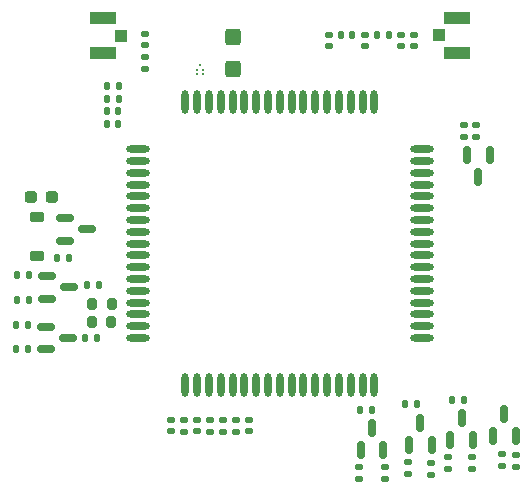
<source format=gbr>
G04 #@! TF.GenerationSoftware,KiCad,Pcbnew,7.0.2*
G04 #@! TF.CreationDate,2023-12-12T16:08:47+03:00*
G04 #@! TF.ProjectId,GPS_MODULE_V3.kicad_pro,4750535f-4d4f-4445-954c-455f56332e6b,rev?*
G04 #@! TF.SameCoordinates,Original*
G04 #@! TF.FileFunction,Paste,Bot*
G04 #@! TF.FilePolarity,Positive*
%FSLAX46Y46*%
G04 Gerber Fmt 4.6, Leading zero omitted, Abs format (unit mm)*
G04 Created by KiCad (PCBNEW 7.0.2) date 2023-12-12 16:08:47*
%MOMM*%
%LPD*%
G01*
G04 APERTURE LIST*
G04 Aperture macros list*
%AMRoundRect*
0 Rectangle with rounded corners*
0 $1 Rounding radius*
0 $2 $3 $4 $5 $6 $7 $8 $9 X,Y pos of 4 corners*
0 Add a 4 corners polygon primitive as box body*
4,1,4,$2,$3,$4,$5,$6,$7,$8,$9,$2,$3,0*
0 Add four circle primitives for the rounded corners*
1,1,$1+$1,$2,$3*
1,1,$1+$1,$4,$5*
1,1,$1+$1,$6,$7*
1,1,$1+$1,$8,$9*
0 Add four rect primitives between the rounded corners*
20,1,$1+$1,$2,$3,$4,$5,0*
20,1,$1+$1,$4,$5,$6,$7,0*
20,1,$1+$1,$6,$7,$8,$9,0*
20,1,$1+$1,$8,$9,$2,$3,0*%
G04 Aperture macros list end*
%ADD10R,1.050000X1.000000*%
%ADD11R,2.200000X1.050000*%
%ADD12RoundRect,0.150000X-0.587500X-0.150000X0.587500X-0.150000X0.587500X0.150000X-0.587500X0.150000X0*%
%ADD13RoundRect,0.135000X-0.135000X-0.185000X0.135000X-0.185000X0.135000X0.185000X-0.135000X0.185000X0*%
%ADD14RoundRect,0.135000X0.135000X0.185000X-0.135000X0.185000X-0.135000X-0.185000X0.135000X-0.185000X0*%
%ADD15RoundRect,0.147500X0.172500X-0.147500X0.172500X0.147500X-0.172500X0.147500X-0.172500X-0.147500X0*%
%ADD16RoundRect,0.150000X-0.150000X0.587500X-0.150000X-0.587500X0.150000X-0.587500X0.150000X0.587500X0*%
%ADD17RoundRect,0.135000X0.185000X-0.135000X0.185000X0.135000X-0.185000X0.135000X-0.185000X-0.135000X0*%
%ADD18RoundRect,0.135000X-0.185000X0.135000X-0.185000X-0.135000X0.185000X-0.135000X0.185000X0.135000X0*%
%ADD19RoundRect,0.140000X-0.170000X0.140000X-0.170000X-0.140000X0.170000X-0.140000X0.170000X0.140000X0*%
%ADD20RoundRect,0.150000X0.150000X-0.587500X0.150000X0.587500X-0.150000X0.587500X-0.150000X-0.587500X0*%
%ADD21RoundRect,0.140000X0.170000X-0.140000X0.170000X0.140000X-0.170000X0.140000X-0.170000X-0.140000X0*%
%ADD22RoundRect,0.250000X0.425000X-0.450000X0.425000X0.450000X-0.425000X0.450000X-0.425000X-0.450000X0*%
%ADD23RoundRect,0.200000X0.200000X0.275000X-0.200000X0.275000X-0.200000X-0.275000X0.200000X-0.275000X0*%
%ADD24RoundRect,0.140000X-0.140000X-0.170000X0.140000X-0.170000X0.140000X0.170000X-0.140000X0.170000X0*%
%ADD25RoundRect,0.147500X-0.147500X-0.172500X0.147500X-0.172500X0.147500X0.172500X-0.147500X0.172500X0*%
%ADD26RoundRect,0.225000X-0.375000X0.225000X-0.375000X-0.225000X0.375000X-0.225000X0.375000X0.225000X0*%
%ADD27RoundRect,0.140000X0.140000X0.170000X-0.140000X0.170000X-0.140000X-0.170000X0.140000X-0.170000X0*%
%ADD28O,2.000000X0.600000*%
%ADD29O,0.600000X2.000000*%
%ADD30R,0.250000X0.180000*%
%ADD31RoundRect,0.237500X-0.287500X-0.237500X0.287500X-0.237500X0.287500X0.237500X-0.287500X0.237500X0*%
G04 APERTURE END LIST*
D10*
X260000000Y-68350000D03*
D11*
X261525000Y-69825000D03*
X261525000Y-66875000D03*
D12*
X226762500Y-90650000D03*
X226762500Y-88750000D03*
X228637500Y-89700000D03*
D13*
X253280000Y-100110000D03*
X254300000Y-100110000D03*
D14*
X225167500Y-94940000D03*
X224147500Y-94940000D03*
D15*
X257825000Y-69295000D03*
X257825000Y-68325000D03*
D16*
X262350000Y-78512500D03*
X264250000Y-78512500D03*
X263300000Y-80387500D03*
D17*
X253240000Y-105935000D03*
X253240000Y-104915000D03*
D14*
X231200000Y-89540000D03*
X230180000Y-89540000D03*
D18*
X242800000Y-100900000D03*
X242800000Y-101920000D03*
D19*
X243900000Y-100930000D03*
X243900000Y-101890000D03*
D20*
X266460000Y-102327500D03*
X264560000Y-102327500D03*
X265510000Y-100452500D03*
D17*
X257370000Y-105550000D03*
X257370000Y-104530000D03*
D13*
X254715000Y-68325000D03*
X255735000Y-68325000D03*
D21*
X256725000Y-69285000D03*
X256725000Y-68325000D03*
D17*
X260760000Y-105090000D03*
X260760000Y-104070000D03*
D18*
X262060000Y-75992500D03*
X262060000Y-77012500D03*
D13*
X227597500Y-87180000D03*
X228617500Y-87180000D03*
D18*
X262800000Y-104090000D03*
X262800000Y-105110000D03*
D22*
X242500000Y-71250000D03*
X242500000Y-68550000D03*
D12*
X226662500Y-94950000D03*
X226662500Y-93050000D03*
X228537500Y-94000000D03*
X228312500Y-85750000D03*
X228312500Y-83850000D03*
X230187500Y-84800000D03*
D23*
X232252500Y-91120000D03*
X230602500Y-91120000D03*
D24*
X231855000Y-75880000D03*
X232815000Y-75880000D03*
D25*
X231900000Y-73750000D03*
X232870000Y-73750000D03*
D24*
X231855000Y-74800000D03*
X232815000Y-74800000D03*
D19*
X237300000Y-100920000D03*
X237300000Y-101880000D03*
D13*
X261060000Y-99230000D03*
X262080000Y-99230000D03*
D10*
X233025000Y-68400000D03*
D11*
X231500000Y-66925000D03*
X231500000Y-69875000D03*
D15*
X235050000Y-69220000D03*
X235050000Y-68250000D03*
D23*
X232242500Y-92640000D03*
X230592500Y-92640000D03*
D26*
X225907500Y-83730000D03*
X225907500Y-87030000D03*
D21*
X253725000Y-69285000D03*
X253725000Y-68325000D03*
D18*
X241700000Y-100900000D03*
X241700000Y-101920000D03*
X259300000Y-104560000D03*
X259300000Y-105580000D03*
X240600000Y-100900000D03*
X240600000Y-101920000D03*
D13*
X224270000Y-88640000D03*
X225290000Y-88640000D03*
D17*
X266480000Y-104880000D03*
X266480000Y-103860000D03*
D18*
X255370000Y-104915000D03*
X255370000Y-105935000D03*
D27*
X232845000Y-72700000D03*
X231885000Y-72700000D03*
D21*
X250625000Y-69285000D03*
X250625000Y-68325000D03*
D18*
X263070000Y-75982500D03*
X263070000Y-77002500D03*
D20*
X262840000Y-102617500D03*
X260940000Y-102617500D03*
X261890000Y-100742500D03*
D19*
X239500000Y-100930000D03*
X239500000Y-101890000D03*
D18*
X238400000Y-100900000D03*
X238400000Y-101920000D03*
D20*
X259340000Y-103067500D03*
X257440000Y-103067500D03*
X258390000Y-101192500D03*
D14*
X231027500Y-94000000D03*
X230007500Y-94000000D03*
D17*
X265300000Y-104820000D03*
X265300000Y-103800000D03*
D13*
X257100000Y-99610000D03*
X258120000Y-99610000D03*
D20*
X255260000Y-103477500D03*
X253360000Y-103477500D03*
X254310000Y-101602500D03*
D13*
X224147500Y-92900000D03*
X225167500Y-92900000D03*
D18*
X235040000Y-70200000D03*
X235040000Y-71220000D03*
D25*
X251640000Y-68325000D03*
X252610000Y-68325000D03*
D28*
X258500000Y-78000000D03*
X258500000Y-79000000D03*
X258500000Y-80000000D03*
X258500000Y-81000000D03*
X258500000Y-82000000D03*
X258500000Y-83000000D03*
X258500000Y-84000000D03*
X258500000Y-85000000D03*
X258500000Y-86000000D03*
X258500000Y-87000000D03*
X258500000Y-88000000D03*
X258500000Y-89000000D03*
X258500000Y-90000000D03*
X258500000Y-91000000D03*
X258500000Y-92000000D03*
X258500000Y-93000000D03*
X258500000Y-94000000D03*
D29*
X254500000Y-98000000D03*
X253500000Y-98000000D03*
X252500000Y-98000000D03*
X251500000Y-98000000D03*
X250500000Y-98000000D03*
X249500000Y-98000000D03*
X248500000Y-98000000D03*
X247500000Y-98000000D03*
X246500000Y-98000000D03*
X245500000Y-98000000D03*
X244500000Y-98000000D03*
X243500000Y-98000000D03*
X242500000Y-98000000D03*
X241500000Y-98000000D03*
X240500000Y-98000000D03*
X239500000Y-98000000D03*
X238500000Y-98000000D03*
D28*
X234500000Y-94000000D03*
X234500000Y-93000000D03*
X234500000Y-92000000D03*
X234500000Y-91000000D03*
X234500000Y-90000000D03*
X234500000Y-89000000D03*
X234500000Y-88000000D03*
X234500000Y-87000000D03*
X234500000Y-86000000D03*
X234500000Y-85000000D03*
X234500000Y-84000000D03*
X234500000Y-83000000D03*
X234500000Y-82000000D03*
X234500000Y-81000000D03*
X234500000Y-80000000D03*
X234500000Y-79000000D03*
X234500000Y-78000000D03*
D29*
X238500000Y-74000000D03*
X239500000Y-74000000D03*
X240500000Y-74000000D03*
X241500000Y-74000000D03*
X242500000Y-74000000D03*
X243500000Y-74000000D03*
X244500000Y-74000000D03*
X245500000Y-74000000D03*
X246500000Y-74000000D03*
X247500000Y-74000000D03*
X248500000Y-74000000D03*
X249500000Y-74000000D03*
X250500000Y-74000000D03*
X251500000Y-74000000D03*
X252500000Y-74000000D03*
X253500000Y-74000000D03*
X254500000Y-74000000D03*
D30*
X239750000Y-70880000D03*
X240000000Y-71265000D03*
X240000000Y-71650000D03*
X239500000Y-71650000D03*
X239500000Y-71265000D03*
D14*
X225260000Y-90750000D03*
X224240000Y-90750000D03*
D31*
X225422500Y-82060000D03*
X227172500Y-82060000D03*
M02*

</source>
